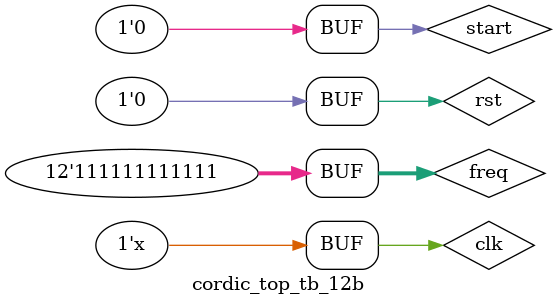
<source format=v>
`timescale 1ns / 1ps
module cordic_top_tb_12b ();

parameter width =12;
parameter CNT = 131072;
parameter freq_width = 12; 
      reg clk,rst,start;  
	  reg [freq_width-1:0] freq;
//    reg [width-1:0] x_start,y_start,angle;
	wire  [width-1:0] angle;

	wire  [width-1:0] sine,cosine;
	wire [7:0] sine_u = sine[11:4];
	wire [7:0] cosine_u = cosine[11:4];
angle_cordic_12b#(.width(width), .CNT(CNT), .freq_width(freq_width))  angle_cordic_12b (
     .clock     (clk),
     .resetn     (rst),
	 .freq   (freq),
//	 .start    (start),
//	 .angle      (angle),
	 .SINout       (sine),
	 .COSout  (cosine));
     
      initial
        begin
		clk = 1'b0;
		rst = 1'b1;
		start = 1'b0;
		freq = 12'd4095;
	#(1000) rst= 1'b0;
	#(1000) start= 1'b1;
	#(100) start= 1'b0;
		end

     always #5 clk = ~clk;
endmodule
</source>
